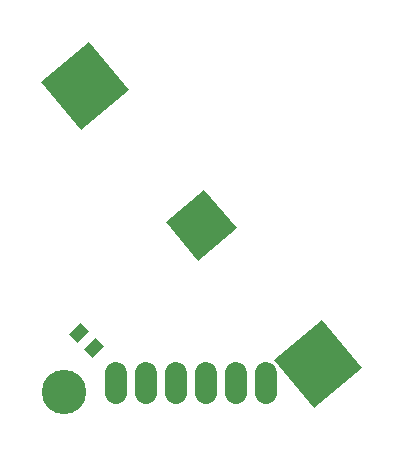
<source format=gbs>
G75*
G70*
%OFA0B0*%
%FSLAX24Y24*%
%IPPOS*%
%LPD*%
%AMOC8*
5,1,8,0,0,1.08239X$1,22.5*
%
%ADD10R,0.0395X0.0552*%
%ADD11C,0.0720*%
%ADD12R,0.1680X0.1680*%
%ADD13R,0.2080X0.2080*%
%ADD14C,0.1480*%
D10*
G36*
X004806Y004306D02*
X004527Y004585D01*
X004916Y004974D01*
X005195Y004695D01*
X004806Y004306D01*
G37*
G36*
X004305Y004807D02*
X004026Y005086D01*
X004415Y005475D01*
X004694Y005196D01*
X004305Y004807D01*
G37*
D11*
X005608Y003787D02*
X005608Y003147D01*
X006608Y003147D02*
X006608Y003787D01*
X007608Y003787D02*
X007608Y003147D01*
X008608Y003147D02*
X008608Y003787D01*
X009608Y003787D02*
X009608Y003147D01*
X010608Y003147D02*
X010608Y003787D01*
D12*
G36*
X008558Y009911D02*
X009638Y008625D01*
X008352Y007545D01*
X007272Y008831D01*
X008558Y009911D01*
G37*
D13*
G36*
X004695Y014828D02*
X006032Y013235D01*
X004439Y011898D01*
X003102Y013491D01*
X004695Y014828D01*
G37*
G36*
X012472Y005559D02*
X013809Y003966D01*
X012216Y002629D01*
X010879Y004222D01*
X012472Y005559D01*
G37*
D14*
X003883Y003177D03*
M02*

</source>
